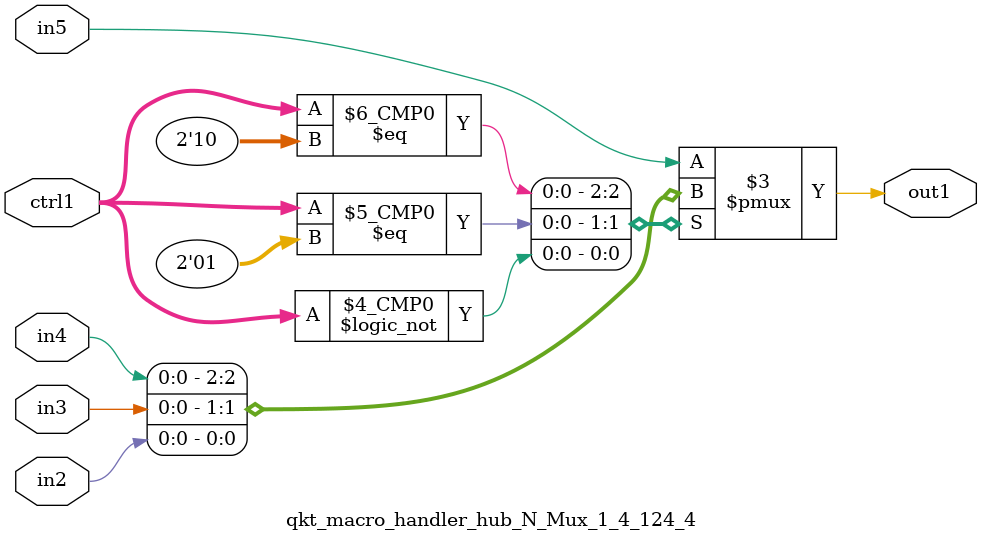
<source format=v>

`timescale 1ps / 1ps


module qkt_macro_handler_hub_N_Mux_1_4_124_4( in5, in4, in3, in2, ctrl1, out1 );

    input in5;
    input in4;
    input in3;
    input in2;
    input [1:0] ctrl1;
    output out1;
    reg out1;

    
    // rtl_process:qkt_macro_handler_hub_N_Mux_1_4_124_4/qkt_macro_handler_hub_N_Mux_1_4_124_4_thread_1
    always @*
      begin : qkt_macro_handler_hub_N_Mux_1_4_124_4_thread_1
        case (ctrl1) 
          2'd2: 
            begin
              out1 = in4;
            end
          2'd1: 
            begin
              out1 = in3;
            end
          2'd0: 
            begin
              out1 = in2;
            end
          default: 
            begin
              out1 = in5;
            end
        endcase
      end

endmodule





</source>
